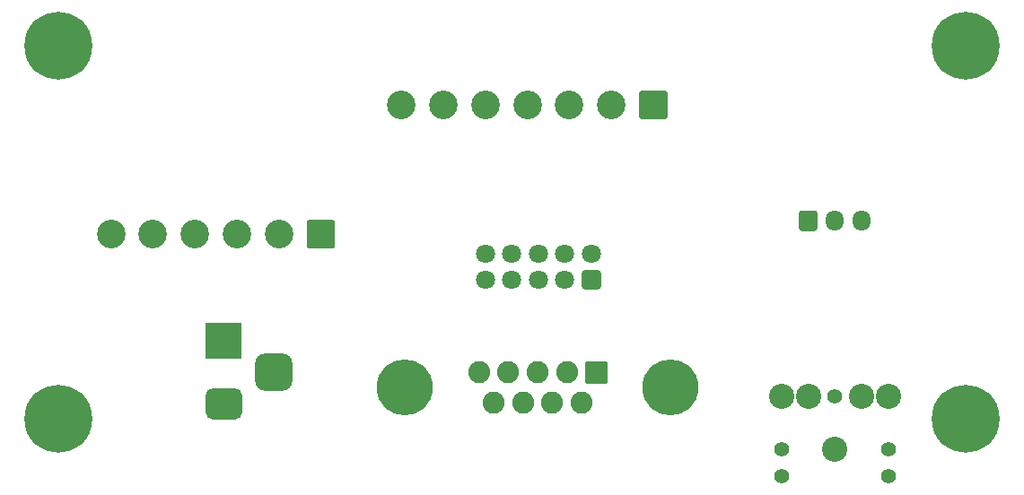
<source format=gbr>
%TF.GenerationSoftware,KiCad,Pcbnew,(5.1.9)-1*%
%TF.CreationDate,2021-04-12T00:41:26-05:00*%
%TF.ProjectId,KFChickenShim,4b464368-6963-46b6-956e-5368696d2e6b,rev?*%
%TF.SameCoordinates,Original*%
%TF.FileFunction,Soldermask,Top*%
%TF.FilePolarity,Negative*%
%FSLAX46Y46*%
G04 Gerber Fmt 4.6, Leading zero omitted, Abs format (unit mm)*
G04 Created by KiCad (PCBNEW (5.1.9)-1) date 2021-04-12 00:41:26*
%MOMM*%
%LPD*%
G01*
G04 APERTURE LIST*
%ADD10R,3.500000X3.500000*%
%ADD11O,1.700000X1.950000*%
%ADD12C,1.800000*%
%ADD13C,2.700000*%
%ADD14C,2.082800*%
%ADD15C,5.283200*%
%ADD16C,1.402080*%
%ADD17C,2.385060*%
%ADD18C,6.400000*%
G04 APERTURE END LIST*
%TO.C,J4*%
G36*
G01*
X59804000Y-136195000D02*
X58054000Y-136195000D01*
G75*
G02*
X57179000Y-135320000I0J875000D01*
G01*
X57179000Y-133570000D01*
G75*
G02*
X58054000Y-132695000I875000J0D01*
G01*
X59804000Y-132695000D01*
G75*
G02*
X60679000Y-133570000I0J-875000D01*
G01*
X60679000Y-135320000D01*
G75*
G02*
X59804000Y-136195000I-875000J0D01*
G01*
G37*
G36*
G01*
X55229000Y-138945000D02*
X53229000Y-138945000D01*
G75*
G02*
X52479000Y-138195000I0J750000D01*
G01*
X52479000Y-136695000D01*
G75*
G02*
X53229000Y-135945000I750000J0D01*
G01*
X55229000Y-135945000D01*
G75*
G02*
X55979000Y-136695000I0J-750000D01*
G01*
X55979000Y-138195000D01*
G75*
G02*
X55229000Y-138945000I-750000J0D01*
G01*
G37*
D10*
X54229000Y-131445000D03*
%TD*%
D11*
%TO.C,J7*%
X114347000Y-120142000D03*
X111847000Y-120142000D03*
G36*
G01*
X108497000Y-120867000D02*
X108497000Y-119417000D01*
G75*
G02*
X108747000Y-119167000I250000J0D01*
G01*
X109947000Y-119167000D01*
G75*
G02*
X110197000Y-119417000I0J-250000D01*
G01*
X110197000Y-120867000D01*
G75*
G02*
X109947000Y-121117000I-250000J0D01*
G01*
X108747000Y-121117000D01*
G75*
G02*
X108497000Y-120867000I0J250000D01*
G01*
G37*
%TD*%
D12*
%TO.C,J5*%
X81400000Y-123230000D03*
X81400000Y-125730000D03*
X83900000Y-123230000D03*
X83900000Y-125730000D03*
X86400000Y-123230000D03*
X86400000Y-125730000D03*
X88900000Y-123230000D03*
G36*
G01*
X89800000Y-125100000D02*
X89800000Y-126360000D01*
G75*
G02*
X89530000Y-126630000I-270000J0D01*
G01*
X88270000Y-126630000D01*
G75*
G02*
X88000000Y-126360000I0J270000D01*
G01*
X88000000Y-125100000D01*
G75*
G02*
X88270000Y-124830000I270000J0D01*
G01*
X89530000Y-124830000D01*
G75*
G02*
X89800000Y-125100000I0J-270000D01*
G01*
G37*
X78900000Y-125730000D03*
X78900000Y-123230000D03*
%TD*%
D13*
%TO.C,J3*%
X70982000Y-109220000D03*
X74942000Y-109220000D03*
X78902000Y-109220000D03*
X82862000Y-109220000D03*
X86822000Y-109220000D03*
X90782000Y-109220000D03*
G36*
G01*
X96092000Y-108120001D02*
X96092000Y-110319999D01*
G75*
G02*
X95841999Y-110570000I-250001J0D01*
G01*
X93642001Y-110570000D01*
G75*
G02*
X93392000Y-110319999I0J250001D01*
G01*
X93392000Y-108120001D01*
G75*
G02*
X93642001Y-107870000I250001J0D01*
G01*
X95841999Y-107870000D01*
G75*
G02*
X96092000Y-108120001I0J-250001D01*
G01*
G37*
%TD*%
%TO.C,J2*%
X43573000Y-121412000D03*
X47533000Y-121412000D03*
X51493000Y-121412000D03*
X55453000Y-121412000D03*
X59413000Y-121412000D03*
G36*
G01*
X64723000Y-120312001D02*
X64723000Y-122511999D01*
G75*
G02*
X64472999Y-122762000I-250001J0D01*
G01*
X62273001Y-122762000D01*
G75*
G02*
X62023000Y-122511999I0J250001D01*
G01*
X62023000Y-120312001D01*
G75*
G02*
X62273001Y-120062000I250001J0D01*
G01*
X64472999Y-120062000D01*
G75*
G02*
X64723000Y-120312001I0J-250001D01*
G01*
G37*
%TD*%
%TO.C,J1*%
G36*
G01*
X90401140Y-133530340D02*
X90401140Y-135409940D01*
G75*
G02*
X90299540Y-135511540I-101600J0D01*
G01*
X88419940Y-135511540D01*
G75*
G02*
X88318340Y-135409940I0J101600D01*
G01*
X88318340Y-133530340D01*
G75*
G02*
X88419940Y-133428740I101600J0D01*
G01*
X90299540Y-133428740D01*
G75*
G02*
X90401140Y-133530340I0J-101600D01*
G01*
G37*
D14*
X86588600Y-134470140D03*
X83820000Y-134470140D03*
X81051400Y-134470140D03*
X78280260Y-134470140D03*
X87967820Y-137309860D03*
X85199220Y-137309860D03*
X82440780Y-137309860D03*
X79672180Y-137309860D03*
D15*
X96319340Y-135890000D03*
X71320660Y-135890000D03*
%TD*%
D16*
%TO.C,J6*%
X111887000Y-136733280D03*
X116885720Y-141732000D03*
X116885720Y-144231360D03*
X106888280Y-144231360D03*
X106888280Y-141732000D03*
D17*
X114386360Y-136733280D03*
X116885720Y-136733280D03*
X111887000Y-141732000D03*
X109387640Y-136733280D03*
X106888280Y-136733280D03*
%TD*%
D18*
%TO.C,H4*%
X124206000Y-103632000D03*
%TD*%
%TO.C,H3*%
X38608000Y-103632000D03*
%TD*%
%TO.C,H2*%
X38608000Y-138811000D03*
%TD*%
%TO.C,H1*%
X124206000Y-138811000D03*
%TD*%
M02*

</source>
